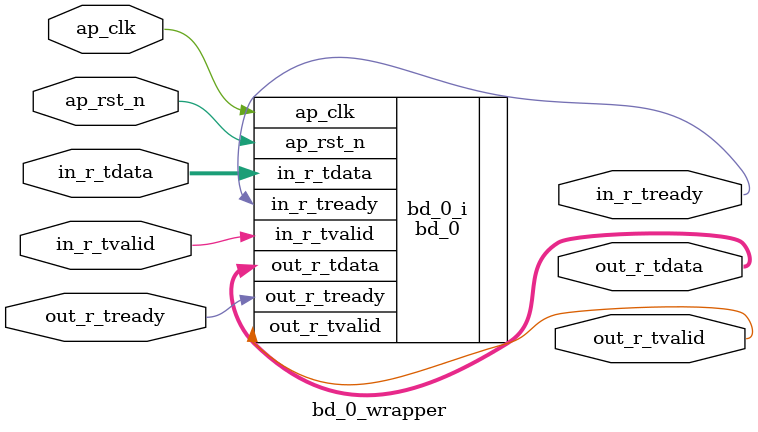
<source format=v>
`timescale 1 ps / 1 ps

module bd_0_wrapper
   (ap_clk,
    ap_rst_n,
    in_r_tdata,
    in_r_tready,
    in_r_tvalid,
    out_r_tdata,
    out_r_tready,
    out_r_tvalid);
  input ap_clk;
  input ap_rst_n;
  input [63:0]in_r_tdata;
  output in_r_tready;
  input in_r_tvalid;
  output [63:0]out_r_tdata;
  input out_r_tready;
  output out_r_tvalid;

  wire ap_clk;
  wire ap_rst_n;
  wire [63:0]in_r_tdata;
  wire in_r_tready;
  wire in_r_tvalid;
  wire [63:0]out_r_tdata;
  wire out_r_tready;
  wire out_r_tvalid;

  bd_0 bd_0_i
       (.ap_clk(ap_clk),
        .ap_rst_n(ap_rst_n),
        .in_r_tdata(in_r_tdata),
        .in_r_tready(in_r_tready),
        .in_r_tvalid(in_r_tvalid),
        .out_r_tdata(out_r_tdata),
        .out_r_tready(out_r_tready),
        .out_r_tvalid(out_r_tvalid));
endmodule

</source>
